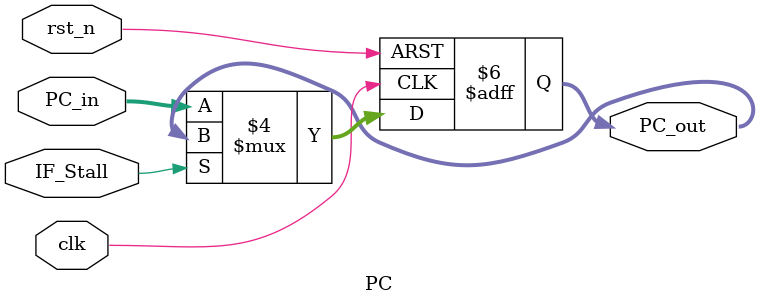
<source format=v>
`timescale 1ns/10ps
module PC(
    input clk, // clk signal using when positive edge
    input rst_n, // reset when 0
    input IF_Stall, // stall when 1
    input [31:0] PC_in, // next instruction adderss
    output reg [31:0] PC_out // current instruction adderss
);

always @(posedge clk or negedge rst_n)
begin
    if(!rst_n) PC_out <= 0;
    else if(IF_Stall) PC_out <= PC_out;
    else PC_out <= PC_in;
end
endmodule
</source>
